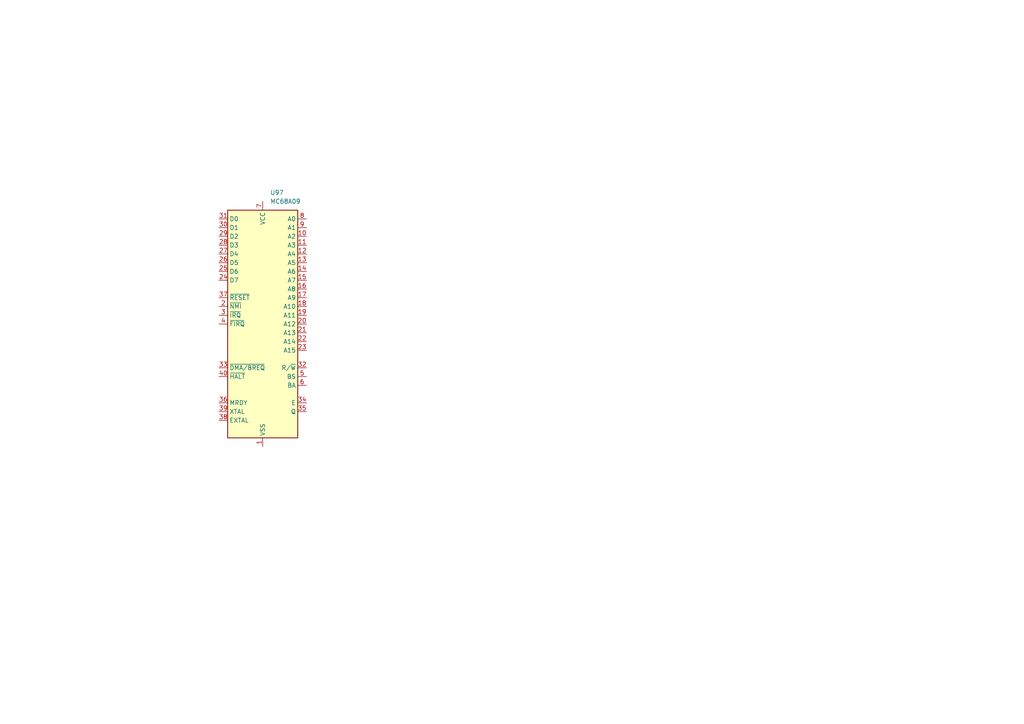
<source format=kicad_sch>
(kicad_sch (version 20250114) (generator "eeschema") (generator_version "9.0")
  (paper "A4")
  (lib_symbols
    (symbol "CPU_NXP_6800:MC68A09"
      (property "Reference" "U" (at -7.62 34.29 0))
      (property "Value" "MC68A09" (at 10.16 34.29 0))
      (symbol "MC68A09_0_1"
        (rectangle (start -10.16 -33.02) (end 10.16 33.02) (stroke (width 0.254)) (fill (type background)))
      )
      (symbol "MC68A09_1_1"
        (pin bidirectional line (at -12.7 30.48 0) (length 2.54) (name "D0") (number "31"))
        (pin bidirectional line (at -12.7 27.94 0) (length 2.54) (name "D1") (number "30"))
        (pin bidirectional line (at -12.7 25.4 0) (length 2.54) (name "D2") (number "29"))
        (pin bidirectional line (at -12.7 22.86 0) (length 2.54) (name "D3") (number "28"))
        (pin bidirectional line (at -12.7 20.32 0) (length 2.54) (name "D4") (number "27"))
        (pin bidirectional line (at -12.7 17.78 0) (length 2.54) (name "D5") (number "26"))
        (pin bidirectional line (at -12.7 15.24 0) (length 2.54) (name "D6") (number "25"))
        (pin bidirectional line (at -12.7 12.7 0) (length 2.54) (name "D7") (number "24"))
        (pin input line (at -12.7 7.62 0) (length 2.54) (name "~{RESET}") (number "37"))
        (pin input line (at -12.7 5.08 0) (length 2.54) (name "~{NMI}") (number "2"))
        (pin input line (at -12.7 2.54 0) (length 2.54) (name "~{IRQ}") (number "3"))
        (pin input line (at -12.7 0 0) (length 2.54) (name "~{FIRQ}") (number "4"))
        (pin input line (at -12.7 -12.7 0) (length 2.54) (name "~{DMA/BREQ}") (number "33"))
        (pin input line (at -12.7 -15.24 0) (length 2.54) (name "~{HALT}") (number "40"))
        (pin input line (at -12.7 -22.86 0) (length 2.54) (name "MRDY") (number "36"))
        (pin input line (at -12.7 -25.4 0) (length 2.54) (name "XTAL") (number "39"))
        (pin input line (at -12.7 -27.94 0) (length 2.54) (name "EXTAL") (number "38"))
        (pin power_in line (at 0 35.56 270) (length 2.54) (name "VCC") (number "7"))
        (pin power_in line (at 0 -35.56 90) (length 2.54) (name "VSS") (number "1"))
        (pin output line (at 12.7 30.48 180) (length 2.54) (name "A0") (number "8"))
        (pin output line (at 12.7 27.94 180) (length 2.54) (name "A1") (number "9"))
        (pin output line (at 12.7 25.4 180) (length 2.54) (name "A2") (number "10"))
        (pin output line (at 12.7 22.86 180) (length 2.54) (name "A3") (number "11"))
        (pin output line (at 12.7 20.32 180) (length 2.54) (name "A4") (number "12"))
        (pin output line (at 12.7 17.78 180) (length 2.54) (name "A5") (number "13"))
        (pin output line (at 12.7 15.24 180) (length 2.54) (name "A6") (number "14"))
        (pin output line (at 12.7 12.7 180) (length 2.54) (name "A7") (number "15"))
        (pin output line (at 12.7 10.16 180) (length 2.54) (name "A8") (number "16"))
        (pin output line (at 12.7 7.62 180) (length 2.54) (name "A9") (number "17"))
        (pin output line (at 12.7 5.08 180) (length 2.54) (name "A10") (number "18"))
        (pin output line (at 12.7 2.54 180) (length 2.54) (name "A11") (number "19"))
        (pin output line (at 12.7 0 180) (length 2.54) (name "A12") (number "20"))
        (pin output line (at 12.7 -2.54 180) (length 2.54) (name "A13") (number "21"))
        (pin output line (at 12.7 -5.08 180) (length 2.54) (name "A14") (number "22"))
        (pin output line (at 12.7 -7.62 180) (length 2.54) (name "A15") (number "23"))
        (pin output line (at 12.7 -12.7 180) (length 2.54) (name "R/~{W}") (number "32"))
        (pin output line (at 12.7 -15.24 180) (length 2.54) (name "BS") (number "5"))
        (pin output line (at 12.7 -17.78 180) (length 2.54) (name "BA") (number "6"))
        (pin output line (at 12.7 -22.86 180) (length 2.54) (name "E") (number "34"))
        (pin output line (at 12.7 -25.4 180) (length 2.54) (name "Q") (number "35"))
      )
    )
  )
  (symbol (lib_id "CPU_NXP_6800:MC68A09") (at 76.2 93.98 0) (unit 1)
    (property "Reference" "U97" (at 78.3433 55.88 0) (effects (justify left)))
    (property "Value" "MC68A09" (at 78.3433 58.42 0) (effects (justify left)))
    (property "Footprint" "Package_DIP:DIP-40_W15.24mm" (effects (hide yes)))
    (property "Datasheet" "http://pdf.datasheetcatalog.com/datasheet/motorola/MC68B09S.pdf" (effects (hide yes)))
    (property "Description" "8-Bit Microprocessing unit 1.5MHz, DIP-40" (effects (hide yes)))
  )
)
</source>
